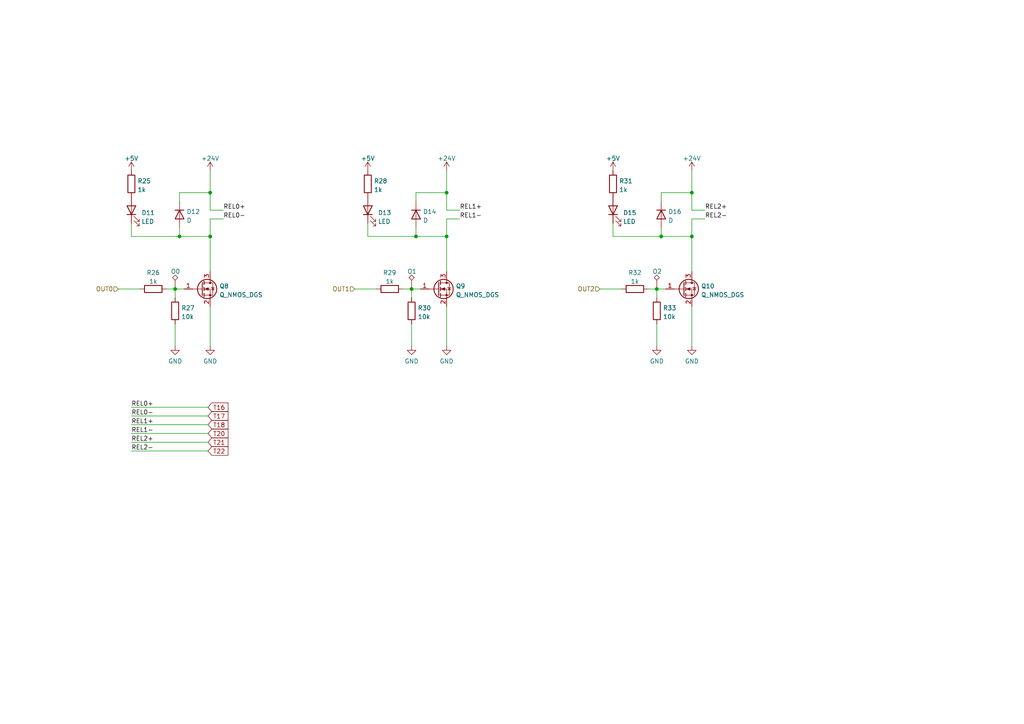
<source format=kicad_sch>
(kicad_sch (version 20211123) (generator eeschema)
  (paper "A4")
  (title_block (title "FloatPUMP Schematics") (date "2022-11-11") (rev "1.0") (company "robtor.de") (comment 1 "Controller board for up to 3 water pumps") (comment 2 "measuring capabilities with piezoresistive pressure sensors") (comment 3 "sensor input Range 4mA-20mA"))
  (lib_symbols
    (symbol "Connector:TestPoint_Alt" (pin_numbers hide) (pin_names (offset 0.762) hide)
      (property "Reference" "TP" (at 0 6.858 0))
      (property "Value" "TestPoint_Alt" (at 0 5.08 0))
      (symbol "TestPoint_Alt_0_1"
        (polyline (pts (xy 0 2.54) (xy -0.762 3.302) (xy 0 4.064) (xy 0.762 3.302) (xy 0 2.54)))
      )
      (symbol "TestPoint_Alt_1_1"
        (pin passive line (at 0 0 90) (length 2.54) (name "1") (number "1"))
      )
    )
    (symbol "Device:D" (pin_numbers hide) (pin_names (offset 1.016) hide)
      (property "Reference" "D" (at 0 2.54 0))
      (property "Value" "D" (at 0 -2.54 0))
      (symbol "D_0_1"
        (polyline (pts (xy -1.27 1.27) (xy -1.27 -1.27)) (stroke (width 0.254)))
        (polyline (pts (xy 1.27 0) (xy -1.27 0)))
        (polyline (pts (xy 1.27 1.27) (xy 1.27 -1.27) (xy -1.27 0) (xy 1.27 1.27)) (stroke (width 0.254)))
      )
      (symbol "D_1_1"
        (pin passive line (at -3.81 0 0) (length 2.54) (name "K") (number "1"))
        (pin passive line (at 3.81 0 180) (length 2.54) (name "A") (number "2"))
      )
    )
    (symbol "Device:LED" (pin_numbers hide) (pin_names (offset 1.016) hide)
      (property "Reference" "D" (at 0 2.54 0))
      (property "Value" "LED" (at 0 -2.54 0))
      (symbol "LED_0_1"
        (polyline (pts (xy -1.27 -1.27) (xy -1.27 1.27)) (stroke (width 0.254)))
        (polyline (pts (xy -1.27 0) (xy 1.27 0)))
        (polyline (pts (xy 1.27 -1.27) (xy 1.27 1.27) (xy -1.27 0) (xy 1.27 -1.27)) (stroke (width 0.254)))
        (polyline (pts (xy -3.048 -0.762) (xy -4.572 -2.286) (xy -3.81 -2.286) (xy -4.572 -2.286) (xy -4.572 -1.524)))
        (polyline (pts (xy -1.778 -0.762) (xy -3.302 -2.286) (xy -2.54 -2.286) (xy -3.302 -2.286) (xy -3.302 -1.524)))
      )
      (symbol "LED_1_1"
        (pin passive line (at -3.81 0 0) (length 2.54) (name "K") (number "1"))
        (pin passive line (at 3.81 0 180) (length 2.54) (name "A") (number "2"))
      )
    )
    (symbol "Device:Q_NMOS_GSD" (pin_names (offset 0) hide)
      (property "Reference" "Q" (at 5.08 1.27 0))
      (property "Value" "Q_NMOS_GSD" (at 5.08 -1.27 0))
      (symbol "Q_NMOS_GSD_0_1"
        (polyline (pts (xy 0.254 0) (xy -2.54 0)))
        (polyline (pts (xy 0.254 1.905) (xy 0.254 -1.905)) (stroke (width 0.254)))
        (polyline (pts (xy 0.762 -1.27) (xy 0.762 -2.286)) (stroke (width 0.254)))
        (polyline (pts (xy 0.762 0.508) (xy 0.762 -0.508)) (stroke (width 0.254)))
        (polyline (pts (xy 0.762 2.286) (xy 0.762 1.27)) (stroke (width 0.254)))
        (polyline (pts (xy 2.54 2.54) (xy 2.54 1.778)))
        (polyline (pts (xy 2.54 -2.54) (xy 2.54 0) (xy 0.762 0)))
        (polyline (pts (xy 0.762 -1.778) (xy 3.302 -1.778) (xy 3.302 1.778) (xy 0.762 1.778)))
        (polyline (pts (xy 1.016 0) (xy 2.032 0.381) (xy 2.032 -0.381) (xy 1.016 0)) (fill (type outline)))
        (polyline (pts (xy 2.794 0.508) (xy 2.921 0.381) (xy 3.683 0.381) (xy 3.81 0.254)))
        (polyline (pts (xy 3.302 0.381) (xy 2.921 -0.254) (xy 3.683 -0.254) (xy 3.302 0.381)))
        (circle (center 1.651 0) (radius 2.794) (stroke (width 0.254)))
        (circle (center 2.54 -1.778) (radius 0.254) (fill (type outline)))
        (circle (center 2.54 1.778) (radius 0.254) (fill (type outline)))
      )
      (symbol "Q_NMOS_GSD_1_1"
        (pin input line (at -5.08 0 0) (length 2.54) (name "G") (number "1"))
        (pin passive line (at 2.54 -5.08 90) (length 2.54) (name "S") (number "2"))
        (pin passive line (at 2.54 5.08 270) (length 2.54) (name "D") (number "3"))
      )
    )
    (symbol "Device:R" (pin_numbers hide) (pin_names (offset 0))
      (property "Reference" "R" (at 2.032 0 90))
      (property "Value" "R" (at 0 0 90))
      (symbol "R_0_1"
        (rectangle (start -1.016 -2.54) (end 1.016 2.54) (stroke (width 0.254)))
      )
      (symbol "R_1_1"
        (pin passive line (at 0 3.81 270) (length 1.27) (name "~") (number "1"))
        (pin passive line (at 0 -3.81 90) (length 1.27) (name "~") (number "2"))
      )
    )
    (symbol "power:+24V" (power) (pin_names (offset 0))
      (property "Value" "+24V" (at 0 3.556 0))
      (symbol "+24V_0_1"
        (polyline (pts (xy -0.762 1.27) (xy 0 2.54)))
        (polyline (pts (xy 0 0) (xy 0 2.54)))
        (polyline (pts (xy 0 2.54) (xy 0.762 1.27)))
      )
      (symbol "+24V_1_1"
        (pin power_in line (at 0 0 90) (length 0) hide (name "+24V") (number "1"))
      )
    )
    (symbol "power:+5V" (power) (pin_names (offset 0))
      (property "Value" "+5V" (at 0 3.556 0))
      (symbol "+5V_0_1"
        (polyline (pts (xy -0.762 1.27) (xy 0 2.54)))
        (polyline (pts (xy 0 0) (xy 0 2.54)))
        (polyline (pts (xy 0 2.54) (xy 0.762 1.27)))
      )
      (symbol "+5V_1_1"
        (pin power_in line (at 0 0 90) (length 0) hide (name "+5V") (number "1"))
      )
    )
    (symbol "power:GND" (power) (pin_names (offset 0))
      (property "Value" "GND" (at 0 -3.81 0))
      (symbol "GND_0_1"
        (polyline (pts (xy 0 0) (xy 0 -1.27) (xy 1.27 -1.27) (xy 0 -2.54) (xy -1.27 -1.27) (xy 0 -1.27)))
      )
      (symbol "GND_1_1"
        (pin power_in line (at 0 0 270) (length 0) hide (name "GND") (number "1"))
      )
    )
  )
  (junction (at 52.07 68.58))
  (junction (at 120.65 68.58))
  (junction (at 60.96 68.58))
  (junction (at 129.54 68.58))
  (junction (at 119.38 83.82))
  (junction (at 50.8 83.82))
  (junction (at 60.96 55.88))
  (junction (at 191.77 68.58))
  (junction (at 129.54 55.88))
  (junction (at 190.5 83.82))
  (junction (at 200.66 68.58))
  (junction (at 200.66 55.88))
  (wire (pts (xy 191.77 58.42) (xy 191.77 55.88)))
  (wire (pts (xy 60.96 68.58) (xy 60.96 78.74)))
  (wire (pts (xy 173.99 83.82) (xy 180.34 83.82)))
  (wire (pts (xy 190.5 83.82) (xy 193.04 83.82)))
  (wire (pts (xy 50.8 83.82) (xy 50.8 86.36)))
  (wire (pts (xy 200.66 88.9) (xy 200.66 100.33)))
  (wire (pts (xy 200.66 68.58) (xy 200.66 78.74)))
  (wire (pts (xy 129.54 49.53) (xy 129.54 55.88)))
  (wire (pts (xy 102.87 83.82) (xy 109.22 83.82)))
  (wire (pts (xy 60.96 55.88) (xy 60.96 60.96)))
  (wire (pts (xy 191.77 68.58) (xy 200.66 68.58)))
  (wire (pts (xy 52.07 68.58) (xy 38.1 68.58)))
  (wire (pts (xy 187.96 83.82) (xy 190.5 83.82)))
  (wire (pts (xy 190.5 83.82) (xy 190.5 86.36)))
  (wire (pts (xy 120.65 55.88) (xy 129.54 55.88)))
  (wire (pts (xy 38.1 128.27) (xy 60.325 128.27)))
  (wire (pts (xy 120.65 68.58) (xy 129.54 68.58)))
  (wire (pts (xy 200.66 55.88) (xy 200.66 60.96)))
  (wire (pts (xy 191.77 55.88) (xy 200.66 55.88)))
  (wire (pts (xy 177.8 64.77) (xy 177.8 68.58)))
  (wire (pts (xy 129.54 60.96) (xy 133.35 60.96)))
  (wire (pts (xy 50.8 83.82) (xy 53.34 83.82)))
  (wire (pts (xy 116.84 83.82) (xy 119.38 83.82)))
  (wire (pts (xy 50.8 93.98) (xy 50.8 100.33)))
  (wire (pts (xy 133.35 63.5) (xy 129.54 63.5)))
  (wire (pts (xy 38.1 125.73) (xy 60.325 125.73)))
  (wire (pts (xy 60.96 88.9) (xy 60.96 100.33)))
  (wire (pts (xy 106.68 64.77) (xy 106.68 68.58)))
  (wire (pts (xy 52.07 55.88) (xy 60.96 55.88)))
  (wire (pts (xy 38.1 123.19) (xy 60.325 123.19)))
  (wire (pts (xy 60.96 63.5) (xy 60.96 68.58)))
  (wire (pts (xy 34.29 83.82) (xy 40.64 83.82)))
  (wire (pts (xy 119.38 93.98) (xy 119.38 100.33)))
  (wire (pts (xy 52.07 66.04) (xy 52.07 68.58)))
  (wire (pts (xy 119.38 83.82) (xy 121.92 83.82)))
  (wire (pts (xy 120.65 66.04) (xy 120.65 68.58)))
  (wire (pts (xy 52.07 58.42) (xy 52.07 55.88)))
  (wire (pts (xy 191.77 68.58) (xy 177.8 68.58)))
  (wire (pts (xy 38.1 130.81) (xy 60.325 130.81)))
  (wire (pts (xy 129.54 88.9) (xy 129.54 100.33)))
  (wire (pts (xy 38.1 120.65) (xy 60.325 120.65)))
  (wire (pts (xy 52.07 68.58) (xy 60.96 68.58)))
  (wire (pts (xy 60.96 60.96) (xy 64.77 60.96)))
  (wire (pts (xy 64.77 63.5) (xy 60.96 63.5)))
  (wire (pts (xy 190.5 93.98) (xy 190.5 100.33)))
  (wire (pts (xy 120.65 58.42) (xy 120.65 55.88)))
  (wire (pts (xy 38.1 118.11) (xy 60.325 118.11)))
  (wire (pts (xy 119.38 83.82) (xy 119.38 86.36)))
  (wire (pts (xy 204.47 63.5) (xy 200.66 63.5)))
  (wire (pts (xy 129.54 68.58) (xy 129.54 78.74)))
  (wire (pts (xy 129.54 63.5) (xy 129.54 68.58)))
  (wire (pts (xy 200.66 49.53) (xy 200.66 55.88)))
  (wire (pts (xy 120.65 68.58) (xy 106.68 68.58)))
  (wire (pts (xy 129.54 55.88) (xy 129.54 60.96)))
  (wire (pts (xy 200.66 63.5) (xy 200.66 68.58)))
  (wire (pts (xy 38.1 64.77) (xy 38.1 68.58)))
  (wire (pts (xy 191.77 66.04) (xy 191.77 68.58)))
  (wire (pts (xy 48.26 83.82) (xy 50.8 83.82)))
  (wire (pts (xy 200.66 60.96) (xy 204.47 60.96)))
  (wire (pts (xy 60.96 49.53) (xy 60.96 55.88)))
  (label "REL1+" (at 38.1 123.19 0))
  (label "REL0+" (at 64.77 60.96 0))
  (label "REL2+" (at 204.47 60.96 0))
  (label "REL1-" (at 133.35 63.5 0))
  (label "REL2-" (at 204.47 63.5 0))
  (label "REL2-" (at 38.1 130.81 0))
  (label "REL1-" (at 38.1 125.73 0))
  (label "REL0-" (at 38.1 120.65 0))
  (label "REL0+" (at 38.1 118.11 0))
  (label "REL0-" (at 64.77 63.5 0))
  (label "REL1+" (at 133.35 60.96 0))
  (label "REL2+" (at 38.1 128.27 0))
  (global_label "T22" (shape input) (at 60.325 130.81 0) (property "Referenzen zwischen Schaltplänen" "${INTERSHEET_REFS}" (effects hide)))
  (global_label "T17" (shape input) (at 60.325 120.65 0) (property "Referenzen zwischen Schaltplänen" "${INTERSHEET_REFS}" (effects hide)))
  (global_label "T18" (shape input) (at 60.325 123.19 0) (property "Referenzen zwischen Schaltplänen" "${INTERSHEET_REFS}" (effects hide)))
  (global_label "T16" (shape input) (at 60.325 118.11 0) (property "Referenzen zwischen Schaltplänen" "${INTERSHEET_REFS}" (effects hide)))
  (global_label "T21" (shape input) (at 60.325 128.27 0) (property "Referenzen zwischen Schaltplänen" "${INTERSHEET_REFS}" (effects hide)))
  (global_label "T20" (shape input) (at 60.325 125.73 0) (property "Referenzen zwischen Schaltplänen" "${INTERSHEET_REFS}" (effects hide)))
  (hierarchical_label "OUT1" (shape input) (at 102.87 83.82 180))
  (hierarchical_label "OUT2" (shape input) (at 173.99 83.82 180))
  (hierarchical_label "OUT0" (shape input) (at 34.29 83.82 180))
  (symbol (lib_id "power:GND") (at 200.66 100.33 0) (unit 1)
    (property "Reference" "#PWR071" (effects hide))
    (property "Value" "GND" (at 200.66 104.7734 0))
  )
  (symbol (lib_id "power:GND") (at 119.38 100.33 0) (unit 1)
    (property "Reference" "#PWR065" (effects hide))
    (property "Value" "GND" (at 119.38 104.7734 0))
  )
  (symbol (lib_id "Connector:TestPoint_Alt") (at 119.38 83.82 0) (unit 1)
    (property "Reference" "TP17" (effects hide))
    (property "Value" "O1" (at 118.11 78.74 0) (effects (justify left)))
    (property "Footprint" "TestPoint:TestPoint_Pad_D1.0mm" (effects hide))
  )
  (symbol (lib_id "power:+5V") (at 177.8 49.53 0) (unit 1)
    (property "Reference" "#PWR068" (effects hide))
    (property "Value" "+5V" (at 177.8 45.9542 0))
  )
  (symbol (lib_id "Device:R") (at 113.03 83.82 90) (unit 1)
    (property "Reference" "R29" (at 113.03 79.1042 90))
    (property "Value" "1k" (at 113.03 81.6411 90))
    (property "Footprint" "Resistor_SMD:R_0603_1608Metric" (effects hide))
    (property "JLCPCB" "C328340" (effects hide))
  )
  (symbol (lib_id "Device:D") (at 191.77 62.23 270) (unit 1)
    (property "Reference" "D16" (at 193.802 61.3953 90) (effects (justify left)))
    (property "Value" "D" (at 193.802 63.9322 90) (effects (justify left)))
    (property "Footprint" "Diode_SMD:D_SMA" (effects hide))
    (property "Datasheet" "https://datasheet.lcsc.com/lcsc/2109061630_YONGYUTAI-1N4001_C2892670.pdf" (effects hide))
    (property "JLCPCB" "C2892670" (effects hide))
  )
  (symbol (lib_id "Device:D") (at 52.07 62.23 270) (unit 1)
    (property "Reference" "D12" (at 54.102 61.3953 90) (effects (justify left)))
    (property "Value" "D" (at 54.102 63.9322 90) (effects (justify left)))
    (property "Footprint" "Diode_SMD:D_SMA" (effects hide))
    (property "Datasheet" "https://datasheet.lcsc.com/lcsc/2109061630_YONGYUTAI-1N4001_C2892670.pdf" (effects hide))
    (property "JLCPCB" "C2892670" (effects hide))
  )
  (symbol (lib_id "Connector:TestPoint_Alt") (at 190.5 83.82 0) (unit 1)
    (property "Reference" "TP18" (effects hide))
    (property "Value" "O2" (at 189.23 78.74 0) (effects (justify left)))
    (property "Footprint" "TestPoint:TestPoint_Pad_D1.0mm" (effects hide))
  )
  (symbol (lib_id "Device:R") (at 184.15 83.82 90) (unit 1)
    (property "Reference" "R32" (at 184.15 79.1042 90))
    (property "Value" "1k" (at 184.15 81.6411 90))
    (property "Footprint" "Resistor_SMD:R_0603_1608Metric" (effects hide))
    (property "JLCPCB" "C328340" (effects hide))
  )
  (symbol (lib_id "power:+5V") (at 106.68 49.53 0) (unit 1)
    (property "Reference" "#PWR064" (effects hide))
    (property "Value" "+5V" (at 106.68 45.9542 0))
  )
  (symbol (lib_id "power:+24V") (at 60.96 49.53 0) (unit 1)
    (property "Reference" "#PWR062" (effects hide))
    (property "Value" "+24V" (at 60.96 45.9542 0))
  )
  (symbol (lib_id "Device:D") (at 120.65 62.23 270) (unit 1)
    (property "Reference" "D14" (at 122.682 61.3953 90) (effects (justify left)))
    (property "Value" "D" (at 122.682 63.9322 90) (effects (justify left)))
    (property "Footprint" "Diode_SMD:D_SMA" (effects hide))
    (property "Datasheet" "https://datasheet.lcsc.com/lcsc/2109061630_YONGYUTAI-1N4001_C2892670.pdf" (effects hide))
    (property "JLCPCB" "C2892670" (effects hide))
  )
  (symbol (lib_id "Device:Q_NMOS_GSD") (at 198.12 83.82 0) (unit 1)
    (property "Reference" "Q10" (at 203.327 82.9853 0) (effects (justify left)))
    (property "Value" "Q_NMOS_DGS" (at 203.327 85.5222 0) (effects (justify left)))
    (property "Footprint" "Package_TO_SOT_SMD:SOT-23" (effects hide))
    (property "Datasheet" "https://datasheet.lcsc.com/lcsc/1810271831_TOSHIBA-T2N7002BK-LM_C146372.pdf" (effects hide))
    (property "JLCPCB" "C146372" (effects hide))
  )
  (symbol (lib_id "Connector:TestPoint_Alt") (at 50.8 83.82 0) (unit 1)
    (property "Reference" "TP16" (effects hide))
    (property "Value" "O0" (at 49.53 78.74 0) (effects (justify left)))
    (property "Footprint" "TestPoint:TestPoint_Pad_D1.0mm" (effects hide))
  )
  (symbol (lib_id "Device:LED") (at 106.68 60.96 90) (unit 1)
    (property "Reference" "D13" (at 109.601 61.7128 90) (effects (justify right)))
    (property "Value" "LED" (at 109.601 64.2497 90) (effects (justify right)))
    (property "Footprint" "LED_SMD:LED_0805_2012Metric" (effects hide))
  )
  (symbol (lib_id "power:GND") (at 60.96 100.33 0) (unit 1)
    (property "Reference" "#PWR063" (effects hide))
    (property "Value" "GND" (at 60.96 104.7734 0))
  )
  (symbol (lib_id "Device:LED") (at 177.8 60.96 90) (unit 1)
    (property "Reference" "D15" (at 180.721 61.7128 90) (effects (justify right)))
    (property "Value" "LED" (at 180.721 64.2497 90) (effects (justify right)))
    (property "Footprint" "LED_SMD:LED_0805_2012Metric" (effects hide))
  )
  (symbol (lib_id "Device:R") (at 106.68 53.34 180) (unit 1)
    (property "Reference" "R28" (at 108.458 52.5053 0) (effects (justify right)))
    (property "Value" "1k" (at 108.458 55.0422 0) (effects (justify right)))
    (property "Footprint" "Resistor_SMD:R_0603_1608Metric" (effects hide))
    (property "JLCPCB" "C328340" (effects hide))
  )
  (symbol (lib_id "power:GND") (at 129.54 100.33 0) (unit 1)
    (property "Reference" "#PWR067" (effects hide))
    (property "Value" "GND" (at 129.54 104.7734 0))
  )
  (symbol (lib_id "Device:LED") (at 38.1 60.96 90) (unit 1)
    (property "Reference" "D11" (at 41.021 61.7128 90) (effects (justify right)))
    (property "Value" "LED" (at 41.021 64.2497 90) (effects (justify right)))
    (property "Footprint" "LED_SMD:LED_0805_2012Metric" (effects hide))
  )
  (symbol (lib_id "Device:Q_NMOS_GSD") (at 58.42 83.82 0) (unit 1)
    (property "Reference" "Q8" (at 63.627 82.9853 0) (effects (justify left)))
    (property "Value" "Q_NMOS_DGS" (at 63.627 85.5222 0) (effects (justify left)))
    (property "Footprint" "Package_TO_SOT_SMD:SOT-23" (effects hide))
    (property "Datasheet" "https://datasheet.lcsc.com/lcsc/1810271831_TOSHIBA-T2N7002BK-LM_C146372.pdf" (effects hide))
    (property "JLCPCB" "C146372" (effects hide))
  )
  (symbol (lib_id "power:GND") (at 50.8 100.33 0) (unit 1)
    (property "Reference" "#PWR061" (effects hide))
    (property "Value" "GND" (at 50.8 104.7734 0))
  )
  (symbol (lib_id "Device:R") (at 38.1 53.34 180) (unit 1)
    (property "Reference" "R25" (at 39.878 52.5053 0) (effects (justify right)))
    (property "Value" "1k" (at 39.878 55.0422 0) (effects (justify right)))
    (property "Footprint" "Resistor_SMD:R_0603_1608Metric" (effects hide))
    (property "JLCPCB" "C328340" (effects hide))
  )
  (symbol (lib_id "Device:Q_NMOS_GSD") (at 127 83.82 0) (unit 1)
    (property "Reference" "Q9" (at 132.207 82.9853 0) (effects (justify left)))
    (property "Value" "Q_NMOS_DGS" (at 132.207 85.5222 0) (effects (justify left)))
    (property "Footprint" "Package_TO_SOT_SMD:SOT-23" (effects hide))
    (property "Datasheet" "https://datasheet.lcsc.com/lcsc/1810271831_TOSHIBA-T2N7002BK-LM_C146372.pdf" (effects hide))
    (property "JLCPCB" "C146372" (effects hide))
  )
  (symbol (lib_id "power:+5V") (at 38.1 49.53 0) (unit 1)
    (property "Reference" "#PWR060" (effects hide))
    (property "Value" "+5V" (at 38.1 45.9542 0))
  )
  (symbol (lib_id "Device:R") (at 50.8 90.17 0) (unit 1)
    (property "Reference" "R27" (at 52.578 89.3353 0) (effects (justify left)))
    (property "Value" "10k" (at 52.578 91.8722 0) (effects (justify left)))
    (property "Footprint" "Resistor_SMD:R_0603_1608Metric" (effects hide))
    (property "JLCPCB" "C238881" (effects hide))
  )
  (symbol (lib_id "Device:R") (at 119.38 90.17 0) (unit 1)
    (property "Reference" "R30" (at 121.158 89.3353 0) (effects (justify left)))
    (property "Value" "10k" (at 121.158 91.8722 0) (effects (justify left)))
    (property "Footprint" "Resistor_SMD:R_0603_1608Metric" (effects hide))
    (property "JLCPCB" "C238881" (effects hide))
  )
  (symbol (lib_id "power:+24V") (at 129.54 49.53 0) (unit 1)
    (property "Reference" "#PWR066" (effects hide))
    (property "Value" "+24V" (at 129.54 45.9542 0))
  )
  (symbol (lib_id "power:+24V") (at 200.66 49.53 0) (unit 1)
    (property "Reference" "#PWR070" (effects hide))
    (property "Value" "+24V" (at 200.66 45.9542 0))
  )
  (symbol (lib_id "Device:R") (at 190.5 90.17 0) (unit 1)
    (property "Reference" "R33" (at 192.278 89.3353 0) (effects (justify left)))
    (property "Value" "10k" (at 192.278 91.8722 0) (effects (justify left)))
    (property "Footprint" "Resistor_SMD:R_0603_1608Metric" (effects hide))
    (property "JLCPCB" "C238881" (effects hide))
  )
  (symbol (lib_id "power:GND") (at 190.5 100.33 0) (unit 1)
    (property "Reference" "#PWR069" (effects hide))
    (property "Value" "GND" (at 190.5 104.7734 0))
  )
  (symbol (lib_id "Device:R") (at 44.45 83.82 90) (unit 1)
    (property "Reference" "R26" (at 44.45 79.1042 90))
    (property "Value" "1k" (at 44.45 81.6411 90))
    (property "Footprint" "Resistor_SMD:R_0603_1608Metric" (effects hide))
    (property "JLCPCB" "C328340" (effects hide))
  )
  (symbol (lib_id "Device:R") (at 177.8 53.34 180) (unit 1)
    (property "Reference" "R31" (at 179.578 52.5053 0) (effects (justify right)))
    (property "Value" "1k" (at 179.578 55.0422 0) (effects (justify right)))
    (property "Footprint" "Resistor_SMD:R_0603_1608Metric" (effects hide))
    (property "JLCPCB" "C328340" (effects hide))
  )
)
</source>
